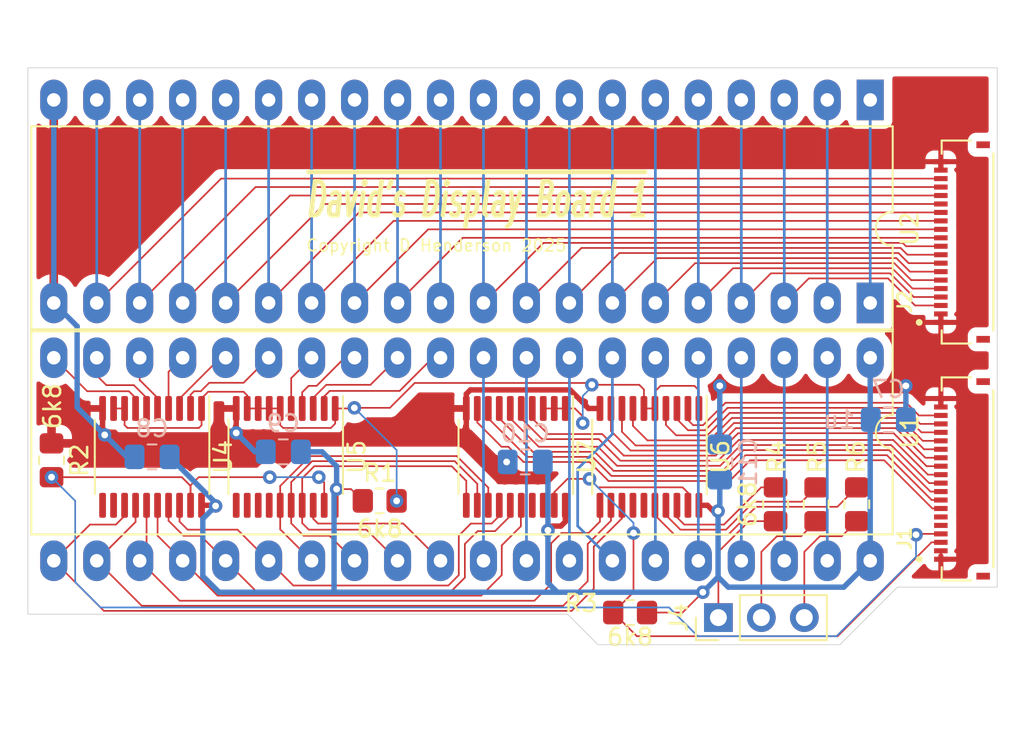
<source format=kicad_pcb>
(kicad_pcb (version 20211014) (generator pcbnew)
  (title_block (date "2025-03-13"))
  (layers (0 "F.Cu" signal) (31 "B.Cu" signal) (34 "B.Paste" user) (35 "F.Paste" user) (36 "B.SilkS" user "B.Silkscreen") (37 "F.SilkS" user "F.Silkscreen") (38 "B.Mask" user) (39 "F.Mask" user) (44 "Edge.Cuts" user))
  (net 0 "")
  (net 1 "/5V")
  (net 2 "/GND")
  (net 3 "/~{SHIFTEREN_P}")
  (net 4 "/~{PICOEN_P}")
  (net 5 "/PICOR0")
  (net 6 "/PICOR1")
  (net 7 "/PICOR2")
  (net 8 "/PICOR3")
  (net 9 "/PICOG0")
  (net 10 "/PICOG1")
  (net 11 "/PICOG2")
  (net 12 "/PICOG3")
  (net 13 "/PICOB0")
  (net 14 "/PICOB1")
  (net 15 "/PICOB2")
  (net 16 "/PICOB3")
  (net 17 "/D0")
  (net 18 "/D1")
  (net 19 "/D2")
  (net 20 "/D3")
  (net 21 "/D4")
  (net 22 "/D5")
  (net 23 "/D6")
  (net 24 "/D7")
  (net 25 "/D8")
  (net 26 "/D9")
  (net 27 "/D10")
  (net 28 "/D11")
  (net 29 "/D12")
  (net 30 "/D13")
  (net 31 "/D14")
  (net 32 "/D15")
  (net 33 "/R_STE")
  (net 34 "/XTL0")
  (net 35 "/XTL1")
  (net 36 "/LOAD")
  (net 37 "/B_OUT2")
  (net 38 "/B_OUT1")
  (net 39 "/B_OUT0")
  (net 40 "/G_OUT2")
  (net 41 "/G_OUT1")
  (net 42 "/G_OUT0")
  (net 43 "/R_OUT2")
  (net 44 "/R_OUT1")
  (net 45 "/R_OUT0")
  (net 46 "/MONO_OUT")
  (net 47 "/RW")
  (net 48 "/DE")
  (net 49 "/SH_CS")
  (net 50 "/16MHZ")
  (net 51 "/B2")
  (net 52 "/B1")
  (net 53 "/B0")
  (net 54 "/G2")
  (net 55 "/G1")
  (net 56 "/G0")
  (net 57 "/R2")
  (net 58 "/R1")
  (net 59 "/R0")
  (net 60 "/MONO")
  (net 67 "/B_STE")
  (net 68 "/G_STE")
  (net 71 "/5VPULL")
  (net 76 "/A5_S")
  (net 77 "/A4_S")
  (net 78 "/A3_S")
  (net 79 "/A2_S")
  (net 80 "/A1_S")
  (net 81 "Net-(R4-Pad1)")
  (net 82 "Net-(R5-Pad1)")
  (net 83 "Net-(R6-Pad1)")
  (footprint "Resistor_SMD:R_0805_2012Metric_Pad1.20x1.40mm_HandSolder" (layer "F.Cu") (at 120.5 78.1 -90)
    (fp_text reference "R6")
    (fp_text value "6k8")
  )
  (footprint "Resistor_SMD:R_0805_2012Metric_Pad1.20x1.40mm_HandSolder" (layer "F.Cu") (at 118.1 78.1 -90)
    (fp_text reference "R5")
    (fp_text value "6k8")
  )
  (footprint "Package_DIP:DIP-40_W15.24mm_LongPads" (layer "F.Cu") (at 121.292649 66.2 -90)
    (fp_text reference "U1")
    (fp_text value "ST_SHIFTER_PHY")
  )
  (footprint "Resistor_SMD:R_0805_2012Metric_Pad1.20x1.40mm_HandSolder" (layer "F.Cu") (at 92.3 77.9)
    (fp_text reference "R1")
    (fp_text value "6k8")
  )
  (footprint "Connector_PinHeader_2.54mm:PinHeader_1x03_P2.54mm_Vertical" (layer "F.Cu") (at 112.317649 84.8 90)
    (fp_text reference "J4")
    (fp_text value "Conn_01x03_Male")
  )
  (footprint "Resistor_SMD:R_0805_2012Metric_Pad1.20x1.40mm_HandSolder" (layer "F.Cu") (at 115.7 78.1 -90)
    (fp_text reference "R4")
    (fp_text value "6k8")
  )
  (footprint "Resistor_SMD:R_0805_2012Metric_Pad1.20x1.40mm_HandSolder" (layer "F.Cu") (at 72.9 75.5 -90)
    (fp_text reference "R2")
    (fp_text value "6k8")
  )
  (footprint "F3311A7H121020E200:AMPHENOL_F3311A7H121020E200" (layer "F.Cu") (at 127.042649 76.6 90)
    (fp_text reference "J1")
    (fp_text value "F3311A7H121020E200")
  )
  (footprint "Package_SO:TSSOP-20_4.4x6.5mm_P0.65mm" (layer "F.Cu") (at 108.242649 75.3 -90)
    (fp_text reference "U6")
    (fp_text value "74HC245")
  )
  (footprint "Package_SO:TSSOP-20_4.4x6.5mm_P0.65mm" (layer "F.Cu") (at 100.342649 75.3 -90)
    (fp_text reference "U7")
    (fp_text value "74HC245")
  )
  (footprint "Package_SO:TSSOP-20_4.4x6.5mm_P0.65mm" (layer "F.Cu") (at 86.742649 75.3 -90)
    (fp_text reference "U5")
    (fp_text value "74HC245")
  )
  (footprint "Package_SO:TSSOP-20_4.4x6.5mm_P0.65mm" (layer "F.Cu") (at 78.842649 75.3 -90)
    (fp_text reference "U4")
    (fp_text value "74HC245")
  )
  (footprint "Resistor_SMD:R_0805_2012Metric_Pad1.20x1.40mm_HandSolder" (layer "F.Cu") (at 107.1 84.5)
    (fp_text reference "R3")
    (fp_text value "6k8")
  )
  (footprint "Package_DIP:DIP-40_W15.24mm_LongPads" (layer "F.Cu") (at 121.292649 54.2 -90)
    (fp_text reference "U2")
    (fp_text value "ST_SHIFTER_SOCKET")
  )
  (footprint "F3311A7H121020E200:AMPHENOL_F3311A7H121020E200" (layer "F.Cu") (at 127.042649 62.6 90)
    (fp_text reference "J2")
    (fp_text value "F3311A7H121020E200")
  )
  (footprint "Capacitor_SMD:C_0805_2012Metric_Pad1.18x1.45mm_HandSolder" (layer "B.Cu") (at 86.6 75 180)
    (fp_text reference "C9")
    (fp_text value "100n")
  )
  (footprint "Capacitor_SMD:C_0805_2012Metric_Pad1.18x1.45mm_HandSolder" (layer "B.Cu") (at 78.842649 75.3 180)
    (fp_text reference "C8")
    (fp_text value "100n")
  )
  (footprint "Capacitor_SMD:C_0805_2012Metric_Pad1.18x1.45mm_HandSolder" (layer "B.Cu") (at 100.9 75.6 180)
    (fp_text reference "C10")
    (fp_text value "100n")
  )
  (footprint "Capacitor_SMD:C_0805_2012Metric_Pad1.18x1.45mm_HandSolder" (layer "B.Cu") (at 122.3625 73.1)
    (fp_text reference "C7")
    (fp_text value "1u")
  )
  (footprint "Capacitor_SMD:C_0805_2012Metric_Pad1.18x1.45mm_HandSolder" (layer "B.Cu") (at 112.4 75.6 90)
    (fp_text reference "C11")
    (fp_text value "100n")
  )
  (gr_line (start 128.8 52.3) (end 128.8 83) (layer "Edge.Cuts") (width 0.05))
  (gr_line (start 103.4 84.6) (end 105.2 86.4) (layer "Edge.Cuts") (width 0.05))
  (gr_line (start 105.2 86.4) (end 119.5 86.4) (layer "Edge.Cuts") (width 0.05))
  (gr_line (start 119.5 86.4) (end 122.9 83) (layer "Edge.Cuts") (width 0.05))
  (gr_line (start 71.5 52.3) (end 71.5 84.6) (layer "Edge.Cuts") (width 0.05))
  (gr_line (start 71.5 84.6) (end 103.4 84.6) (layer "Edge.Cuts") (width 0.05))
  (gr_line (start 122.9 83) (end 128.8 83) (layer "Edge.Cuts") (width 0.05))
  (gr_line (start 128.8 52.3) (end 71.5 52.3) (layer "Edge.Cuts") (width 0.05))
  (gr_text "~{David's Display Board 1}" (at 87.8 60.1) (layer "F.SilkS") (effects (font (size 2 1.1) (thickness 0.275) italic) (justify left)))
  (gr_text "Copyright D Henderson 2025" (at 87.9 62.8) (layer "F.SilkS") (effects (font (size 0.7 0.7) (thickness 0.1)) (justify left)))
  (segment (start 103.010001 79.389999) (end 103.267649 79.132351) (width 0.32) (layer "F.Cu") (net 1))
  (segment (start 110.197649 84.5) (end 111.397649 83.3) (width 0.1) (layer "F.Cu") (net 1))
  (segment (start 82.5625 78.1625) (end 82.6 78.2) (width 0.32) (layer "F.Cu") (net 1))
  (segment (start 89.667649 78.1625) (end 89.667649 77.288752) (width 0.1) (layer "F.Cu") (net 1))
  (segment (start 112.3 78.5) (end 112.012375 78.5) (width 0.32) (layer "F.Cu") (net 1))
  (segment (start 89.667649 77.288752) (end 89.752032 77.204369) (width 0.1) (layer "F.Cu") (net 1))
  (segment (start 90.604369 77.204369) (end 89.752032 77.204369) (width 0.1) (layer "F.Cu") (net 1))
  (segment (start 108.1 84.5) (end 110.197649 84.5) (width 0.1) (layer "F.Cu") (net 1))
  (segment (start 102.495299 79.389999) (end 103.010001 79.389999) (width 0.32) (layer "F.Cu") (net 1))
  (segment (start 91.3 77.9) (end 90.604369 77.204369) (width 0.1) (layer "F.Cu") (net 1))
  (segment (start 112.012375 78.5) (end 111.674875 78.1625) (width 0.32) (layer "F.Cu") (net 1))
  (segment (start 111.674875 78.1625) (end 111.167649 78.1625) (width 0.32) (layer "F.Cu") (net 1))
  (segment (start 103.267649 79.132351) (end 103.267649 78.1625) (width 0.32) (layer "F.Cu") (net 1))
  (segment (start 102.242649 79.642649) (end 102.495299 79.389999) (width 0.32) (layer "F.Cu") (net 1))
  (segment (start 81.767649 78.1625) (end 82.5625 78.1625) (width 0.32) (layer "F.Cu") (net 1))
  (via (at 89.752032 77.204369) (size 0.8) (drill 0.4) (layers "F.Cu" "B.Cu") (net 1))
  (via (at 102.242649 79.642649) (size 0.8) (drill 0.4) (layers "F.Cu" "B.Cu") (net 1))
  (via (at 111.397649 83.3) (size 0.8) (drill 0.4) (layers "F.Cu" "B.Cu") (net 1))
  (via (at 112.3 78.5) (size 0.8) (drill 0.4) (layers "F.Cu" "B.Cu") (net 1))
  (via (at 82.6 78.2) (size 0.8) (drill 0.4) (layers "F.Cu" "B.Cu") (net 1))
  (segment (start 121.292649 81.44) (end 119.732649 83) (width 0.32) (layer "B.Cu") (net 1))
  (segment (start 81.842649 82.342649) (end 81.842649 78.957351) (width 0.32) (layer "B.Cu") (net 1))
  (segment (start 112.3 78.5) (end 112.3 82.397649) (width 0.32) (layer "B.Cu") (net 1))
  (segment (start 82.8 83.3) (end 81.842649 82.342649) (width 0.32) (layer "B.Cu") (net 1))
  (segment (start 89.6 83.3) (end 89.6 77.356401) (width 0.32) (layer "B.Cu") (net 1))
  (segment (start 79.880149 75.3) (end 82.6 78.019851) (width 0.32) (layer "B.Cu") (net 1))
  (segment (start 112.902351 83) (end 112.3 82.397649) (width 0.32) (layer "B.Cu") (net 1))
  (segment (start 102.8 83.3) (end 111.397649 83.3) (width 0.32) (layer "B.Cu") (net 1))
  (segment (start 112.4 78.4) (end 112.3 78.5) (width 0.32) (layer "B.Cu") (net 1))
  (segment (start 102.242649 75.905149) (end 102.242649 79.642649) (width 0.32) (layer "B.Cu") (net 1))
  (segment (start 88.9 75) (end 89.752032 75.852032) (width 0.32) (layer "B.Cu") (net 1))
  (segment (start 89.752032 75.852032) (end 89.752032 77.204369) (width 0.32) (layer "B.Cu") (net 1))
  (segment (start 112.4 76.6375) (end 112.4 78.4) (width 0.32) (layer "B.Cu") (net 1))
  (segment (start 102.242649 79.642649) (end 102.242649 82.742649) (width 0.32) (layer "B.Cu") (net 1))
  (segment (start 102.242649 82.742649) (end 102.8 83.3) (width 0.32) (layer "B.Cu") (net 1))
  (segment (start 102.8 83.3) (end 82.8 83.3) (width 0.32) (layer "B.Cu") (net 1))
  (segment (start 81.842649 78.957351) (end 82.6 78.2) (width 0.32) (layer "B.Cu") (net 1))
  (segment (start 111.397649 83.3) (end 112.3 82.397649) (width 0.32) (layer "B.Cu") (net 1))
  (segment (start 82.6 78.019851) (end 82.6 78.2) (width 0.32) (layer "B.Cu") (net 1))
  (segment (start 121.292649 69.44) (end 121.292649 73.067649) (width 0.32) (layer "B.Cu") (net 1))
  (segment (start 89.6 77.356401) (end 89.752032 77.204369) (width 0.32) (layer "B.Cu") (net 1))
  (segment (start 121.292649 73.132351) (end 121.292649 81.44) (width 0.32) (layer "B.Cu") (net 1))
  (segment (start 87.6375 75) (end 88.9 75) (width 0.32) (layer "B.Cu") (net 1))
  (segment (start 119.732649 83) (end 112.902351 83) (width 0.32) (layer "B.Cu") (net 1))
  (segment (start 97.417649 71.582351) (end 97.417649 72.4375) (width 0.32) (layer "F.Cu") (net 2))
  (segment (start 97 74) (end 83.4 74) (width 0.32) (layer "F.Cu") (net 2))
  (segment (start 105.317649 72.4375) (end 104.6375 72.4375) (width 0.32) (layer "F.Cu") (net 2))
  (segment (start 97.66 71.34) (end 97.417649 71.582351) (width 0.32) (layer "F.Cu") (net 2))
  (segment (start 83.4 74) (end 76.042649 74) (width 0.32) (layer "F.Cu") (net 2))
  (segment (start 103.558187 71.34) (end 97.66 71.34) (width 0.32) (layer "F.Cu") (net 2))
  (segment (start 125.467649 81.35) (end 125.467649 80.86) (width 0.1) (layer "F.Cu") (net 2))
  (segment (start 83.817649 72.4375) (end 83.817649 73.882351) (width 0.32) (layer "F.Cu") (net 2))
  (segment (start 104.5 72.281813) (end 103.558187 71.34) (width 0.32) (layer "F.Cu") (net 2))
  (segment (start 125.467649 57.85) (end 125.467649 58.34) (width 0.32) (layer "F.Cu") (net 2))
  (segment (start 97.417649 73.582351) (end 97 74) (width 0.32) (layer "F.Cu") (net 2))
  (segment (start 75.917649 72.4375) (end 75.917649 73.875) (width 0.32) (layer "F.Cu") (net 2))
  (segment (start 97.417649 72.4375) (end 97.417649 73.582351) (width 0.32) (layer "F.Cu") (net 2))
  (segment (start 125.467649 67.35) (end 125.467649 66.86) (width 0.32) (layer "F.Cu") (net 2))
  (segment (start 75.917649 73.875) (end 76.042649 74) (width 0.32) (layer "F.Cu") (net 2))
  (segment (start 83.817649 73.882351) (end 83.7 74) (width 0.32) (layer "F.Cu") (net 2))
  (segment (start 104.5 72.3) (end 104.5 72.281813) (width 0.32) (layer "F.Cu") (net 2))
  (segment (start 83.7 74) (end 83.4 74) (width 0.32) (layer "F.Cu") (net 2))
  (segment (start 125.467649 71.85) (end 125.467649 72.34) (width 0.32) (layer "F.Cu") (net 2))
  (segment (start 104.6375 72.4375) (end 104.5 72.3) (width 0.32) (layer "F.Cu") (net 2))
  (via (at 123.4 71.1) (size 0.8) (drill 0.4) (layers "F.Cu" "B.Cu") (net 2))
  (via (at 112.4 71.1) (size 0.8) (drill 0.4) (layers "F.Cu" "B.Cu") (net 2))
  (via (at 76.042649 74) (size 0.8) (drill 0.4) (layers "F.Cu" "B.Cu") (net 2))
  (via (at 99.8 75.6) (size 0.8) (drill 0.4) (layers "F.Cu" "B.Cu") (net 2))
  (via (at 83.817649 73.882351) (size 0.8) (drill 0.4) (layers "F.Cu" "B.Cu") (net 2))
  (segment (start 73.032649 54.2) (end 73.032649 66.2) (width 0.32) (layer "B.Cu") (net 2))
  (segment (start 77.342649 75.3) (end 76.042649 74) (width 0.32) (layer "B.Cu") (net 2))
  (segment (start 74.412649 72.37) (end 76.042649 74) (width 0.32) (layer "B.Cu") (net 2))
  (segment (start 84.935298 75) (end 83.817649 73.882351) (width 0.32) (layer "B.Cu") (net 2))
  (segment (start 74.412649 67.58) (end 74.412649 72.37) (width 0.32) (layer "B.Cu") (net 2))
  (segment (start 77.805149 75.3) (end 77.342649 75.3) (width 0.32) (layer "B.Cu") (net 2))
  (segment (start 123.4 73.1) (end 123.4 71.1) (width 0.32) (layer "B.Cu") (net 2))
  (segment (start 85.5625 75) (end 84.935298 75) (width 0.32) (layer "B.Cu") (net 2))
  (segment (start 73.032649 66.2) (end 74.412649 67.58) (width 0.32) (layer "B.Cu") (net 2))
  (segment (start 112.4 74.5625) (end 112.4 71.1) (width 0.32) (layer "B.Cu") (net 2))
  (segment (start 89.017649 78.1625) (end 89.017649 76.817649) (width 0.1) (layer "F.Cu") (net 3))
  (segment (start 80.6 76.5) (end 81.117649 77.017649) (width 0.1) (layer "F.Cu") (net 3))
  (segment (start 81.6 76.5) (end 85.8 76.5) (width 0.1) (layer "F.Cu") (net 3))
  (segment (start 125.467649 79.85) (end 124.05 79.85) (width 0.1) (layer "F.Cu") (net 3))
  (segment (start 81.117649 76.982351) (end 81.6 76.5) (width 0.1) (layer "F.Cu") (net 3))
  (segment (start 89.017649 76.817649) (end 88.7 76.5) (width 0.1) (layer "F.Cu") (net 3))
  (segment (start 124.05 79.85) (end 124 79.9) (width 0.1) (layer "F.Cu") (net 3))
  (segment (start 72.9 76.5) (end 80.6 76.5) (width 0.1) (layer "F.Cu") (net 3))
  (segment (start 81.117649 77.580025) (end 81.117649 76.982351) (width 0.1) (layer "F.Cu") (net 3))
  (segment (start 81.117649 77.017649) (end 81.117649 77.580025) (width 0.1) (layer "F.Cu") (net 3))
  (via (at 124 79.9) (size 0.8) (drill 0.4) (layers "F.Cu" "B.Cu") (net 3))
  (via (at 72.9 76.5) (size 0.8) (drill 0.4) (layers "F.Cu" "B.Cu") (net 3))
  (via (at 85.8 76.5) (size 0.8) (drill 0.4) (layers "F.Cu" "B.Cu") (net 3))
  (via (at 88.7 76.5) (size 0.8) (drill 0.4) (layers "F.Cu" "B.Cu") (net 3))
  (segment (start 74.3 82.7) (end 75.8 84.2) (width 0.1) (layer "B.Cu") (net 3))
  (segment (start 109.4 84.2) (end 111.1 85.9) (width 0.1) (layer "B.Cu") (net 3))
  (segment (start 111.1 85.9) (end 119.3 85.9) (width 0.1) (layer "B.Cu") (net 3))
  (segment (start 74.3 77.9) (end 74.3 82.7) (width 0.1) (layer "B.Cu") (net 3))
  (segment (start 119.3 85.9) (end 124 81.2) (width 0.1) (layer "B.Cu") (net 3))
  (segment (start 124 81.2) (end 124 79.9) (width 0.1) (layer "B.Cu") (net 3))
  (segment (start 75.8 84.2) (end 109.4 84.2) (width 0.1) (layer "B.Cu") (net 3))
  (segment (start 88.7 76.5) (end 85.8 76.5) (width 0.1) (layer "B.Cu") (net 3))
  (segment (start 72.9 76.5) (end 74.3 77.9) (width 0.1) (layer "B.Cu") (net 3))
  (segment (start 110.2 77.1) (end 105.2 77.1) (width 0.1) (layer "F.Cu") (net 4))
  (segment (start 119.367649 85.9) (end 107.5 85.9) (width 0.1) (layer "F.Cu") (net 4))
  (segment (start 102.617649 78.1625) (end 102.617649 77.382351) (width 0.1) (layer "F.Cu") (net 4))
  (segment (start 124.917649 80.35) (end 119.367649 85.9) (width 0.1) (layer "F.Cu") (net 4))
  (segment (start 105.2 77.1) (end 104.7 76.6) (width 0.1) (layer "F.Cu") (net 4))
  (segment (start 102.617649 77.382351) (end 103.4 76.6) (width 0.1) (layer "F.Cu") (net 4))
  (segment (start 107.5 85.9) (end 106.1 84.5) (width 0.1) (layer "F.Cu") (net 4))
  (segment (start 110.517649 77.417649) (end 110.2 77.1) (width 0.1) (layer "F.Cu") (net 4))
  (segment (start 107.3 83.3) (end 106.1 84.5) (width 0.1) (layer "F.Cu") (net 4))
  (segment (start 110.517649 78.1625) (end 110.517649 77.417649) (width 0.1) (layer "F.Cu") (net 4))
  (segment (start 103.4 76.6) (end 104.7 76.6) (width 0.1) (layer "F.Cu") (net 4))
  (segment (start 125.467649 80.35) (end 124.917649 80.35) (width 0.1) (layer "F.Cu") (net 4))
  (segment (start 107.3 79.8) (end 107.3 83.3) (width 0.1) (layer "F.Cu") (net 4))
  (via (at 107.3 79.8) (size 0.8) (drill 0.4) (layers "F.Cu" "B.Cu") (net 4))
  (via (at 104.7 76.6) (size 0.8) (drill 0.4) (layers "F.Cu" "B.Cu") (net 4))
  (segment (start 107.3 79.2) (end 107.3 79.8) (width 0.1) (layer "B.Cu") (net 4))
  (segment (start 104.7 76.6) (end 107.3 79.2) (width 0.1) (layer "B.Cu") (net 4))
  (segment (start 110.825 73.425) (end 110.517649 73.117649) (width 0.1) (layer "F.Cu") (net 5))
  (segment (start 111.412624 73.425) (end 110.825 73.425) (width 0.1) (layer "F.Cu") (net 5))
  (segment (start 124.17132 72.85) (end 123.42132 72.1) (width 0.1) (layer "F.Cu") (net 5))
  (segment (start 123.42132 72.1) (end 112.737624 72.1) (width 0.1) (layer "F.Cu") (net 5))
  (segment (start 112.737624 72.1) (end 111.412624 73.425) (width 0.1) (layer "F.Cu") (net 5))
  (segment (start 125.467649 72.85) (end 124.17132 72.85) (width 0.1) (layer "F.Cu") (net 5))
  (segment (start 98.067649 73.267649) (end 98.067649 73.019975) (width 0.1) (layer "F.Cu") (net 6))
  (segment (start 105.825 76.725) (end 104.7 75.6) (width 0.1) (layer "F.Cu") (net 6))
  (segment (start 125.467649 78.35) (end 124.967649 78.35) (width 0.1) (layer "F.Cu") (net 6))
  (segment (start 99.9 74.7) (end 99.5 74.7) (width 0.1) (layer "F.Cu") (net 6))
  (segment (start 114.2 75.5) (end 112.975 76.725) (width 0.1) (layer "F.Cu") (net 6))
  (segment (start 122.117649 75.5) (end 114.2 75.5) (width 0.1) (layer "F.Cu") (net 6))
  (segment (start 124.967649 78.35) (end 122.117649 75.5) (width 0.1) (layer "F.Cu") (net 6))
  (segment (start 112.975 76.725) (end 105.825 76.725) (width 0.1) (layer "F.Cu") (net 6))
  (segment (start 100.8 75.6) (end 99.9 74.7) (width 0.1) (layer "F.Cu") (net 6))
  (segment (start 99.5 74.7) (end 98.067649 73.267649) (width 0.1) (layer "F.Cu") (net 6))
  (segment (start 104.7 75.6) (end 100.8 75.6) (width 0.1) (layer "F.Cu") (net 6))
  (segment (start 122.27868 75.2) (end 113.924264 75.2) (width 0.1) (layer "F.Cu") (net 7))
  (segment (start 125.467649 77.85) (end 124.92868 77.85) (width 0.1) (layer "F.Cu") (net 7))
  (segment (start 106.000736 76.425) (end 104.875736 75.3) (width 0.1) (layer "F.Cu") (net 7))
  (segment (start 113.924264 75.2) (end 112.699264 76.425) (width 0.1) (layer "F.Cu") (net 7))
  (segment (start 124.92868 77.85) (end 122.27868 75.2) (width 0.1) (layer "F.Cu") (net 7))
  (segment (start 112.699264 76.425) (end 106.000736 76.425) (width 0.1) (layer "F.Cu") (net 7))
  (segment (start 104.875736 75.3) (end 100.997674 75.3) (width 0.1) (layer "F.Cu") (net 7))
  (segment (start 100.997674 75.3) (end 98.717649 73.019975) (width 0.1) (layer "F.Cu") (net 7))
  (segment (start 125.467649 77.35) (end 124.852944 77.35) (width 0.1) (layer "F.Cu") (net 8))
  (segment (start 101.347674 75) (end 99.367649 73.019975) (width 0.1) (layer "F.Cu") (net 8))
  (segment (start 113.8 74.9) (end 112.575 76.125) (width 0.1) (layer "F.Cu") (net 8))
  (segment (start 112.575 76.125) (end 106.125 76.125) (width 0.1) (layer "F.Cu") (net 8))
  (segment (start 124.852944 77.35) (end 122.402944 74.9) (width 0.1) (layer "F.Cu") (net 8))
  (segment (start 122.402944 74.9) (end 113.8 74.9) (width 0.1) (layer "F.Cu") (net 8))
  (segment (start 105 75) (end 101.347674 75) (width 0.1) (layer "F.Cu") (net 8))
  (segment (start 106.125 76.125) (end 105 75) (width 0.1) (layer "F.Cu") (net 8))
  (segment (start 111.536888 73.725) (end 110.525 73.725) (width 0.1) (layer "F.Cu") (net 9))
  (segment (start 110.525 73.725) (end 109.867649 73.067649) (width 0.1) (layer "F.Cu") (net 9))
  (segment (start 123.297056 72.4) (end 112.861888 72.4) (width 0.1) (layer "F.Cu") (net 9))
  (segment (start 112.861888 72.4) (end 111.536888 73.725) (width 0.1) (layer "F.Cu") (net 9))
  (segment (start 124.247056 73.35) (end 123.297056 72.4) (width 0.1) (layer "F.Cu") (net 9))
  (segment (start 125.467649 73.35) (end 124.247056 73.35) (width 0.1) (layer "F.Cu") (net 9))
  (segment (start 100.017649 73.019975) (end 101.697674 74.7) (width 0.1) (layer "F.Cu") (net 10))
  (segment (start 112.423528 75.825) (end 113.648528 74.6) (width 0.1) (layer "F.Cu") (net 10))
  (segment (start 122.527208 74.6) (end 124.777208 76.85) (width 0.1) (layer "F.Cu") (net 10))
  (segment (start 113.648528 74.6) (end 122.527208 74.6) (width 0.1) (layer "F.Cu") (net 10))
  (segment (start 105.2 74.7) (end 106.325 75.825) (width 0.1) (layer "F.Cu") (net 10))
  (segment (start 106.325 75.825) (end 112.423528 75.825) (width 0.1) (layer "F.Cu") (net 10))
  (segment (start 124.777208 76.85) (end 125.467649 76.85) (width 0.1) (layer "F.Cu") (net 10))
  (segment (start 101.697674 74.7) (end 105.2 74.7) (width 0.1) (layer "F.Cu") (net 10))
  (segment (start 100.667649 73.019975) (end 101.897674 74.25) (width 0.1) (layer "F.Cu") (net 11))
  (segment (start 105.25 74.25) (end 106.525 75.525) (width 0.1) (layer "F.Cu") (net 11))
  (segment (start 112.299264 75.525) (end 113.524264 74.3) (width 0.1) (layer "F.Cu") (net 11))
  (segment (start 113.524264 74.3) (end 122.651472 74.3) (width 0.1) (layer "F.Cu") (net 11))
  (segment (start 122.651472 74.3) (end 124.701472 76.35) (width 0.1) (layer "F.Cu") (net 11))
  (segment (start 124.701472 76.35) (end 125.467649 76.35) (width 0.1) (layer "F.Cu") (net 11))
  (segment (start 106.525 75.525) (end 112.299264 75.525) (width 0.1) (layer "F.Cu") (net 11))
  (segment (start 101.897674 74.25) (end 105.25 74.25) (width 0.1) (layer "F.Cu") (net 11))
  (segment (start 105.45 73.95) (end 102.242649 73.95) (width 0.1) (layer "F.Cu") (net 12))
  (segment (start 102.242649 73.95) (end 101.317649 73.025) (width 0.1) (layer "F.Cu") (net 12))
  (segment (start 106.725 75.225) (end 105.45 73.95) (width 0.1) (layer "F.Cu") (net 12))
  (segment (start 125.467649 75.85) (end 124.625736 75.85) (width 0.1) (layer "F.Cu") (net 12))
  (segment (start 112.158208 75.225) (end 106.725 75.225) (width 0.1) (layer "F.Cu") (net 12))
  (segment (start 124.625736 75.85) (end 122.675736 73.9) (width 0.1) (layer "F.Cu") (net 12))
  (segment (start 113.483208 73.9) (end 112.158208 75.225) (width 0.1) (layer "F.Cu") (net 12))
  (segment (start 122.675736 73.9) (end 113.483208 73.9) (width 0.1) (layer "F.Cu") (net 12))
  (segment (start 123.172792 72.7) (end 112.986152 72.7) (width 0.1) (layer "F.Cu") (net 13))
  (segment (start 109.825 74.025) (end 109.217649 73.417649) (width 0.1) (layer "F.Cu") (net 13))
  (segment (start 112.986152 72.7) (end 111.661152 74.025) (width 0.1) (layer "F.Cu") (net 13))
  (segment (start 109.217649 73.417649) (end 109.217649 72.4375) (width 0.1) (layer "F.Cu") (net 13))
  (segment (start 125.467649 73.85) (end 124.322792 73.85) (width 0.1) (layer "F.Cu") (net 13))
  (segment (start 111.661152 74.025) (end 109.825 74.025) (width 0.1) (layer "F.Cu") (net 13))
  (segment (start 124.322792 73.85) (end 123.172792 72.7) (width 0.1) (layer "F.Cu") (net 13))
  (segment (start 124.55 75.35) (end 122.8 73.6) (width 0.1) (layer "F.Cu") (net 14))
  (segment (start 112.033944 74.925) (end 107.125 74.925) (width 0.1) (layer "F.Cu") (net 14))
  (segment (start 122.8 73.6) (end 113.358944 73.6) (width 0.1) (layer "F.Cu") (net 14))
  (segment (start 125.467649 75.35) (end 124.55 75.35) (width 0.1) (layer "F.Cu") (net 14))
  (segment (start 107.125 74.925) (end 105.967649 73.767649) (width 0.1) (layer "F.Cu") (net 14))
  (segment (start 113.358944 73.6) (end 112.033944 74.925) (width 0.1) (layer "F.Cu") (net 14))
  (segment (start 105.967649 73.767649) (end 105.967649 72.4375) (width 0.1) (layer "F.Cu") (net 14))
  (segment (start 124.474264 74.85) (end 122.924264 73.3) (width 0.1) (layer "F.Cu") (net 15))
  (segment (start 113.23468 73.3) (end 111.90968 74.625) (width 0.1) (layer "F.Cu") (net 15))
  (segment (start 122.924264 73.3) (end 113.23468 73.3) (width 0.1) (layer "F.Cu") (net 15))
  (segment (start 107.425 74.625) (end 106.617649 73.817649) (width 0.1) (layer "F.Cu") (net 15))
  (segment (start 111.90968 74.625) (end 107.425 74.625) (width 0.1) (layer "F.Cu") (net 15))
  (segment (start 106.617649 73.817649) (end 106.617649 72.4375) (width 0.1) (layer "F.Cu") (net 15))
  (segment (start 125.467649 74.85) (end 124.474264 74.85) (width 0.1) (layer "F.Cu") (net 15))
  (segment (start 124.398528 74.35) (end 123.048528 73) (width 0.1) (layer "F.Cu") (net 16))
  (segment (start 108.125 74.325) (end 107.267649 73.467649) (width 0.1) (layer "F.Cu") (net 16))
  (segment (start 123.048528 73) (end 113.110416 73) (width 0.1) (layer "F.Cu") (net 16))
  (segment (start 107.267649 73.467649) (end 107.267649 72.4375) (width 0.1) (layer "F.Cu") (net 16))
  (segment (start 111.785416 74.325) (end 108.125 74.325) (width 0.1) (layer "F.Cu") (net 16))
  (segment (start 113.110416 73) (end 111.785416 74.325) (width 0.1) (layer "F.Cu") (net 16))
  (segment (start 125.467649 74.35) (end 124.398528 74.35) (width 0.1) (layer "F.Cu") (net 16))
  (segment (start 117.662649 64.75) (end 116.212649 66.2) (width 0.1) (layer "F.Cu") (net 17))
  (segment (start 123.942649 66.35) (end 122.342649 64.75) (width 0.1) (layer "F.Cu") (net 17))
  (segment (start 122.342649 64.75) (end 117.662649 64.75) (width 0.1) (layer "F.Cu") (net 17))
  (segment (start 125.467649 66.35) (end 123.942649 66.35) (width 0.1) (layer "F.Cu") (net 17))
  (segment (start 116.212649 54.2) (end 116.212649 66.2) (width 0.16) (layer "B.Cu") (net 17))
  (segment (start 125.467649 65.85) (end 123.866913 65.85) (width 0.1) (layer "F.Cu") (net 18))
  (segment (start 122.466913 64.45) (end 115.422649 64.45) (width 0.1) (layer "F.Cu") (net 18))
  (segment (start 123.866913 65.85) (end 122.466913 64.45) (width 0.1) (layer "F.Cu") (net 18))
  (segment (start 115.422649 64.45) (end 113.672649 66.2) (width 0.1) (layer "F.Cu") (net 18))
  (segment (start 113.672649 54.2) (end 113.672649 66.2) (width 0.16) (layer "B.Cu") (net 18))
  (segment (start 123.791177 65.35) (end 122.591177 64.15) (width 0.1) (layer "F.Cu") (net 19))
  (segment (start 122.591177 64.15) (end 113.182649 64.15) (width 0.1) (layer "F.Cu") (net 19))
  (segment (start 125.467649 65.35) (end 123.791177 65.35) (width 0.1) (layer "F.Cu") (net 19))
  (segment (start 113.182649 64.15) (end 111.132649 66.2) (width 0.1) (layer "F.Cu") (net 19))
  (segment (start 111.132649 54.2) (end 111.132649 66.2) (width 0.16) (layer "B.Cu") (net 19))
  (segment (start 125.467649 64.85) (end 123.715441 64.85) (width 0.1) (layer "F.Cu") (net 20))
  (segment (start 122.715441 63.85) (end 110.942649 63.85) (width 0.1) (layer "F.Cu") (net 20))
  (segment (start 123.715441 64.85) (end 122.715441 63.85) (width 0.1) (layer "F.Cu") (net 20))
  (segment (start 110.942649 63.85) (end 108.592649 66.2) (width 0.1) (layer "F.Cu") (net 20))
  (segment (start 108.592649 54.2) (end 108.592649 66.2) (width 0.16) (layer "B.Cu") (net 20))
  (segment (start 123.639705 64.35) (end 122.839705 63.55) (width 0.1) (layer "F.Cu") (net 21))
  (segment (start 122.839705 63.55) (end 108.702649 63.55) (width 0.1) (layer "F.Cu") (net 21))
  (segment (start 108.702649 63.55) (end 106.052649 66.2) (width 0.1) (layer "F.Cu") (net 21))
  (segment (start 125.467649 64.35) (end 123.639705 64.35) (width 0.1) (layer "F.Cu") (net 21))
  (segment (start 106.052649 54.2) (end 106.052649 66.2) (width 0.16) (layer "B.Cu") (net 21))
  (segment (start 106.462649 63.25) (end 103.512649 66.2) (width 0.1) (layer "F.Cu") (net 22))
  (segment (start 122.963969 63.25) (end 106.462649 63.25) (width 0.1) (layer "F.Cu") (net 22))
  (segment (start 125.467649 63.85) (end 123.563969 63.85) (width 0.1) (layer "F.Cu") (net 22))
  (segment (start 123.563969 63.85) (end 122.963969 63.25) (width 0.1) (layer "F.Cu") (net 22))
  (segment (start 103.512649 54.2) (end 103.512649 66.2) (width 0.16) (layer "B.Cu") (net 22))
  (segment (start 123.088233 62.95) (end 104.222649 62.95) (width 0.1) (layer "F.Cu") (net 23))
  (segment (start 104.222649 62.95) (end 100.972649 66.2) (width 0.1) (layer "F.Cu") (net 23))
  (segment (start 125.467649 63.35) (end 123.488233 63.35) (width 0.1) (layer "F.Cu") (net 23))
  (segment (start 123.488233 63.35) (end 123.088233 62.95) (width 0.1) (layer "F.Cu") (net 23))
  (segment (start 100.972649 54.2) (end 100.972649 66.2) (width 0.16) (layer "B.Cu") (net 23))
  (segment (start 123.212497 62.65) (end 101.982649 62.65) (width 0.1) (layer "F.Cu") (net 24))
  (segment (start 101.982649 62.65) (end 98.432649 66.2) (width 0.1) (layer "F.Cu") (net 24))
  (segment (start 123.412497 62.85) (end 123.212497 62.65) (width 0.1) (layer "F.Cu") (net 24))
  (segment (start 125.467649 62.85) (end 123.412497 62.85) (width 0.1) (layer "F.Cu") (net 24))
  (segment (start 98.432649 54.2) (end 98.432649 66.2) (width 0.16) (layer "B.Cu") (net 24))
  (segment (start 97.202649 62.35) (end 93.352649 66.2) (width 0.1) (layer "F.Cu") (net 25))
  (segment (start 125.467649 62.35) (end 97.202649 62.35) (width 0.1) (layer "F.Cu") (net 25))
  (segment (start 93.352649 54.2) (end 93.352649 66.2) (width 0.16) (layer "B.Cu") (net 25))
  (segment (start 125.467649 61.85) (end 95.162649 61.85) (width 0.1) (layer "F.Cu") (net 26))
  (segment (start 95.162649 61.85) (end 90.812649 66.2) (width 0.1) (layer "F.Cu") (net 26))
  (segment (start 90.812649 54.2) (end 90.812649 66.2) (width 0.16) (layer "B.Cu") (net 26))
  (segment (start 125.467649 61.35) (end 93.122649 61.35) (width 0.1) (layer "F.Cu") (net 27))
  (segment (start 93.122649 61.35) (end 88.272649 66.2) (width 0.1) (layer "F.Cu") (net 27))
  (segment (start 88.272649 54.2) (end 88.272649 66.2) (width 0.16) (layer "B.Cu") (net 27))
  (segment (start 91.082649 60.85) (end 85.732649 66.2) (width 0.1) (layer "F.Cu") (net 28))
  (segment (start 125.467649 60.85) (end 91.082649 60.85) (width 0.1) (layer "F.Cu") (net 28))
  (segment (start 85.732649 54.2) (end 85.732649 66.2) (width 0.16) (layer "B.Cu") (net 28))
  (segment (start 89.042649 60.35) (end 83.192649 66.2) (width 0.1) (layer "F.Cu") (net 29))
  (segment (start 125.467649 60.35) (end 89.042649 60.35) (width 0.1) (layer "F.Cu") (net 29))
  (segment (start 83.192649 54.2) (end 83.192649 66.2) (width 0.16) (layer "B.Cu") (net 29))
  (segment (start 87.002649 59.85) (end 80.652649 66.2) (width 0.1) (layer "F.Cu") (net 30))
  (segment (start 125.467649 59.85) (end 87.002649 59.85) (width 0.1) (layer "F.Cu") (net 30))
  (segment (start 80.652649 54.2) (end 80.652649 66.2) (width 0.16) (layer "B.Cu") (net 30))
  (segment (start 84.962649 59.35) (end 78.112649 66.2) (width 0.1) (layer "F.Cu") (net 31))
  (segment (start 125.467649 59.35) (end 84.962649 59.35) (width 0.1) (layer "F.Cu") (net 31))
  (segment (start 78.112649 54.2) (end 78.112649 66.2) (width 0.16) (layer "B.Cu") (net 31))
  (segment (start 125.467649 58.85) (end 82.922649 58.85) (width 0.1) (layer "F.Cu") (net 32))
  (segment (start 82.922649 58.85) (end 75.572649 66.2) (width 0.1) (layer "F.Cu") (net 32))
  (segment (start 75.572649 54.2) (end 75.572649 66.2) (width 0.16) (layer "B.Cu") (net 32))
  (segment (start 114.127725 79.1) (end 112.317649 80.910076) (width 0.1) (layer "F.Cu") (net 33))
  (segment (start 115.7 79.1) (end 114.127725 79.1) (width 0.1) (layer "F.Cu") (net 33))
  (segment (start 112.317649 80.910076) (end 112.317649 84.8) (width 0.1) (layer "F.Cu") (net 33))
  (segment (start 121.292649 54.2) (end 121.292649 66.2) (width 0.16) (layer "B.Cu") (net 34))
  (segment (start 118.752649 54.2) (end 118.752649 66.2) (width 0.16) (layer "B.Cu") (net 35))
  (segment (start 95.892649 54.2) (end 95.892649 66.2) (width 0.16) (layer "B.Cu") (net 36))
  (segment (start 76.70505 79.3) (end 75.172649 79.3) (width 0.1) (layer "F.Cu") (net 37))
  (segment (start 73.032649 81.44) (end 75.992649 84.4) (width 0.1) (layer "F.Cu") (net 37))
  (segment (start 104.952649 80.599116) (end 106.617649 78.934116) (width 0.1) (layer "F.Cu") (net 37))
  (segment (start 103.642649 84.4) (end 104.952649 83.09) (width 0.1) (layer "F.Cu") (net 37))
  (segment (start 104.952649 83.09) (end 104.952649 80.599116) (width 0.1) (layer "F.Cu") (net 37))
  (segment (start 75.992649 84.4) (end 103.642649 84.4) (width 0.1) (layer "F.Cu") (net 37))
  (segment (start 106.617649 78.934116) (end 106.617649 78.1625) (width 0.1) (layer "F.Cu") (net 37))
  (segment (start 75.172649 79.3) (end 73.032649 81.44) (width 0.1) (layer "F.Cu") (net 37))
  (segment (start 77.217649 78.787401) (end 76.70505 79.3) (width 0.1) (layer "F.Cu") (net 37))
  (segment (start 104.592649 82.65) (end 103.14215 84.100499) (width 0.1) (layer "F.Cu") (net 38))
  (segment (start 77.867649 78.1625) (end 77.867649 79.145) (width 0.1) (layer "F.Cu") (net 38))
  (segment (start 104.592649 80.45) (end 104.592649 82.65) (width 0.1) (layer "F.Cu") (net 38))
  (segment (start 105.967649 79.075) (end 104.592649 80.45) (width 0.1) (layer "F.Cu") (net 38))
  (segment (start 78.233148 84.100499) (end 75.572649 81.44) (width 0.1) (layer "F.Cu") (net 38))
  (segment (start 105.967649 78.1625) (end 105.967649 79.075) (width 0.1) (layer "F.Cu") (net 38))
  (segment (start 103.14215 84.100499) (end 78.233148 84.100499) (width 0.1) (layer "F.Cu") (net 38))
  (segment (start 77.867649 79.145) (end 75.572649 81.44) (width 0.1) (layer "F.Cu") (net 38))
  (segment (start 101.441651 83.800998) (end 102.432649 82.81) (width 0.1) (layer "F.Cu") (net 39))
  (segment (start 78.112649 81.44) (end 80.473647 83.800998) (width 0.1) (layer "F.Cu") (net 39))
  (segment (start 80.473647 83.800998) (end 101.441651 83.800998) (width 0.1) (layer "F.Cu") (net 39))
  (segment (start 78.517649 78.1625) (end 78.517649 81.035) (width 0.1) (layer "F.Cu") (net 39))
  (segment (start 102.432649 82.81) (end 102.432649 80.41) (width 0.1) (layer "F.Cu") (net 39))
  (segment (start 103.042649 79.8) (end 104.642649 79.8) (width 0.1) (layer "F.Cu") (net 39))
  (segment (start 105.317649 79.125) (end 105.317649 78.1625) (width 0.1) (layer "F.Cu") (net 39))
  (segment (start 102.432649 80.41) (end 103.042649 79.8) (width 0.1) (layer "F.Cu") (net 39))
  (segment (start 104.642649 79.8) (end 105.317649 79.125) (width 0.1) (layer "F.Cu") (net 39))
  (segment (start 82.714146 83.501497) (end 98.298503 83.501497) (width 0.1) (layer "F.Cu") (net 40))
  (segment (start 98.298503 83.501497) (end 99.512649 82.287351) (width 0.1) (layer "F.Cu") (net 40))
  (segment (start 79.167649 79.955) (end 80.652649 81.44) (width 0.1) (layer "F.Cu") (net 40))
  (segment (start 79.167649 78.1625) (end 79.167649 79.955) (width 0.1) (layer "F.Cu") (net 40))
  (segment (start 99.512649 80.53) (end 100.642649 79.4) (width 0.1) (layer "F.Cu") (net 40))
  (segment (start 80.652649 81.44) (end 82.714146 83.501497) (width 0.1) (layer "F.Cu") (net 40))
  (segment (start 100.642649 79.4) (end 100.642649 78.1875) (width 0.1) (layer "F.Cu") (net 40))
  (segment (start 99.512649 82.287351) (end 99.512649 80.53) (width 0.1) (layer "F.Cu") (net 40))
  (segment (start 97.33215 80.443738) (end 98.087569 79.688319) (width 0.1) (layer "F.Cu") (net 41))
  (segment (start 99.116731 79.688319) (end 100.017649 78.787401) (width 0.1) (layer "F.Cu") (net 41))
  (segment (start 96.566416 83.201996) (end 97.33215 82.436261) (width 0.1) (layer "F.Cu") (net 41))
  (segment (start 97.33215 82.436261) (end 97.33215 80.443738) (width 0.1) (layer "F.Cu") (net 41))
  (segment (start 79.817649 79.075) (end 80.702649 79.96) (width 0.1) (layer "F.Cu") (net 41))
  (segment (start 80.702649 79.96) (end 81.712649 79.96) (width 0.1) (layer "F.Cu") (net 41))
  (segment (start 79.817649 78.1625) (end 79.817649 79.075) (width 0.1) (layer "F.Cu") (net 41))
  (segment (start 83.192649 81.44) (end 84.954645 83.201996) (width 0.1) (layer "F.Cu") (net 41))
  (segment (start 81.712649 79.96) (end 83.192649 81.44) (width 0.1) (layer "F.Cu") (net 41))
  (segment (start 84.954645 83.201996) (end 96.566416 83.201996) (width 0.1) (layer "F.Cu") (net 41))
  (segment (start 98.087569 79.688319) (end 99.116731 79.688319) (width 0.1) (layer "F.Cu") (net 41))
  (segment (start 96.972649 79.955827) (end 97.687478 79.240998) (width 0.1) (layer "F.Cu") (net 42))
  (segment (start 87.195144 82.902495) (end 96.357505 82.902495) (width 0.1) (layer "F.Cu") (net 42))
  (segment (start 96.972649 82.287351) (end 96.972649 79.955827) (width 0.1) (layer "F.Cu") (net 42))
  (segment (start 80.467649 79.125) (end 80.467649 78.1625) (width 0.1) (layer "F.Cu") (net 42))
  (segment (start 83.892649 79.6) (end 80.942649 79.6) (width 0.1) (layer "F.Cu") (net 42))
  (segment (start 85.732649 81.44) (end 83.892649 79.6) (width 0.1) (layer "F.Cu") (net 42))
  (segment (start 98.914052 79.240998) (end 99.367649 78.787401) (width 0.1) (layer "F.Cu") (net 42))
  (segment (start 85.732649 81.44) (end 87.195144 82.902495) (width 0.1) (layer "F.Cu") (net 42))
  (segment (start 80.942649 79.6) (end 80.467649 79.125) (width 0.1) (layer "F.Cu") (net 42))
  (segment (start 97.687478 79.240998) (end 98.914052 79.240998) (width 0.1) (layer "F.Cu") (net 42))
  (segment (start 96.357505 82.902495) (end 96.972649 82.287351) (width 0.1) (layer "F.Cu") (net 42))
  (segment (start 98.717649 77.117649) (end 98.717649 78.1625) (width 0.1) (layer "F.Cu") (net 43))
  (segment (start 86.417649 77.016703) (end 88.182854 75.251498) (width 0.1) (layer "F.Cu") (net 43))
  (segment (start 96.851498 75.251498) (end 98.717649 77.117649) (width 0.1) (layer "F.Cu") (net 43))
  (segment (start 86.417649 79.585) (end 86.417649 78.1625) (width 0.1) (layer "F.Cu") (net 43))
  (segment (start 86.417649 78.1625) (end 86.417649 77.016703) (width 0.1) (layer "F.Cu") (net 43))
  (segment (start 88.182854 75.251498) (end 96.851498 75.251498) (width 0.1) (layer "F.Cu") (net 43))
  (segment (start 88.272649 81.44) (end 86.417649 79.585) (width 0.1) (layer "F.Cu") (net 43))
  (segment (start 87.067649 76.790261) (end 87.067649 78.1625) (width 0.1) (layer "F.Cu") (net 44))
  (segment (start 87.067649 79.225) (end 87.067649 78.1625) (width 0.1) (layer "F.Cu") (net 44))
  (segment (start 87.802649 79.96) (end 87.067649 79.225) (width 0.1) (layer "F.Cu") (net 44))
  (segment (start 96.727441 75.550999) (end 88.306911 75.550999) (width 0.1) (layer "F.Cu") (net 44))
  (segment (start 90.812649 81.44) (end 89.332649 79.96) (width 0.1) (layer "F.Cu") (net 44))
  (segment (start 88.306911 75.550999) (end 87.067649 76.790261) (width 0.1) (layer "F.Cu") (net 44))
  (segment (start 89.332649 79.96) (end 87.802649 79.96) (width 0.1) (layer "F.Cu") (net 44))
  (segment (start 98.067649 76.891207) (end 96.727441 75.550999) (width 0.1) (layer "F.Cu") (net 44))
  (segment (start 98.067649 78.1625) (end 98.067649 76.891207) (width 0.1) (layer "F.Cu") (net 44))
  (segment (start 88.430968 75.8505) (end 96.5505 75.8505) (width 0.1) (layer "F.Cu") (net 45))
  (segment (start 97.417649 76.717649) (end 97.417649 78.1625) (width 0.1) (layer "F.Cu") (net 45))
  (segment (start 96.5505 75.8505) (end 97.417649 76.717649) (width 0.1) (layer "F.Cu") (net 45))
  (segment (start 87.717649 79.215) (end 87.717649 78.1625) (width 0.1) (layer "F.Cu") (net 45))
  (segment (start 91.512649 79.6) (end 88.102649 79.6) (width 0.1) (layer "F.Cu") (net 45))
  (segment (start 87.717649 76.563819) (end 88.430968 75.8505) (width 0.1) (layer "F.Cu") (net 45))
  (segment (start 88.102649 79.6) (end 87.717649 79.215) (width 0.1) (layer "F.Cu") (net 45))
  (segment (start 87.717649 78.1625) (end 87.717649 76.563819) (width 0.1) (layer "F.Cu") (net 45))
  (segment (start 93.352649 81.44) (end 91.512649 79.6) (width 0.1) (layer "F.Cu") (net 45))
  (segment (start 88.367649 78.1625) (end 88.367649 78.956201) (width 0.1) (layer "F.Cu") (net 46))
  (segment (start 88.367649 78.956201) (end 88.651448 79.24) (width 0.1) (layer "F.Cu") (net 46))
  (segment (start 93.692649 79.24) (end 95.892649 81.44) (width 0.1) (layer "F.Cu") (net 46))
  (segment (start 88.651448 79.24) (end 93.692649 79.24) (width 0.1) (layer "F.Cu") (net 46))
  (segment (start 98.432649 69.44) (end 98.432649 81.44) (width 0.16) (layer "B.Cu") (net 47))
  (segment (start 113.672649 69.44) (end 113.672649 81.44) (width 0.16) (layer "B.Cu") (net 48))
  (segment (start 116.212649 69.44) (end 116.212649 81.44) (width 0.16) (layer "B.Cu") (net 49))
  (segment (start 118.752649 81.44) (end 118.752649 69.44) (width 0.16) (layer "B.Cu") (net 50))
  (segment (start 73.032649 69.44) (end 75.012649 71.42) (width 0.1) (layer "F.Cu") (net 51))
  (segment (start 77.47505 71.42) (end 77.867649 71.812599) (width 0.1) (layer "F.Cu") (net 51))
  (segment (start 75.012649 71.42) (end 77.47505 71.42) (width 0.1) (layer "F.Cu") (net 51))
  (segment (start 78.517649 71.812599) (end 77.76505 71.06) (width 0.1) (layer "F.Cu") (net 52))
  (segment (start 77.76505 71.06) (end 76.142649 71.06) (width 0.1) (layer "F.Cu") (net 52))
  (segment (start 76.142649 71.06) (end 75.572649 70.49) (width 0.1) (layer "F.Cu") (net 52))
  (segment (start 78.112649 69.44) (end 78.112649 70.757599) (width 0.1) (layer "F.Cu") (net 53))
  (segment (start 78.112649 70.757599) (end 79.167649 71.812599) (width 0.1) (layer "F.Cu") (net 53))
  (segment (start 79.817649 70.275) (end 79.817649 72.4375) (width 0.1) (layer "F.Cu") (net 54))
  (segment (start 80.652649 69.44) (end 79.817649 70.275) (width 0.1) (layer "F.Cu") (net 54))
  (segment (start 80.467649 71.855025) (end 82.882674 69.44) (width 0.1) (layer "F.Cu") (net 55))
  (segment (start 81.721766 71.42) (end 81.326232 71.42) (width 0.1) (layer "F.Cu") (net 56))
  (segment (start 82.221766 70.92) (end 81.721766 71.42) (width 0.1) (layer "F.Cu") (net 56))
  (segment (start 84.252649 70.92) (end 82.221766 70.92) (width 0.1) (layer "F.Cu") (net 56))
  (segment (start 85.732649 69.44) (end 84.252649 70.92) (width 0.1) (layer "F.Cu") (net 56))
  (segment (start 81.326232 71.42) (end 81.117649 71.628583) (width 0.1) (layer "F.Cu") (net 56))
  (segment (start 81.117649 71.628583) (end 81.117649 72.4375) (width 0.1) (layer "F.Cu") (net 56))
  (segment (start 87.067649 70.645) (end 88.272649 69.44) (width 0.1) (layer "F.Cu") (net 57))
  (segment (start 87.067649 72.4375) (end 87.067649 70.645) (width 0.1) (layer "F.Cu") (net 57))
  (segment (start 87.717649 71.482351) (end 88.1 71.1) (width 0.1) (layer "F.Cu") (net 58))
  (segment (start 87.717649 72.4375) (end 87.717649 71.482351) (width 0.1) (layer "F.Cu") (net 58))
  (segment (start 88.1 71.1) (end 88.571132 71.1) (width 0.1) (layer "F.Cu") (net 58))
  (segment (start 88.571132 71.1) (end 90.231132 69.44) (width 0.1) (layer "F.Cu") (net 58))
  (segment (start 91.752649 71.04) (end 93.352649 69.44) (width 0.1) (layer "F.Cu") (net 59))
  (segment (start 88.367649 71.812599) (end 89.140248 71.04) (width 0.1) (layer "F.Cu") (net 59))
  (segment (start 89.140248 71.04) (end 91.752649 71.04) (width 0.1) (layer "F.Cu") (net 59))
  (segment (start 89.342649 71.4) (end 93.476442 71.4) (width 0.1) (layer "F.Cu") (net 60))
  (segment (start 89.017649 72.4375) (end 89.017649 71.725) (width 0.1) (layer "F.Cu") (net 60))
  (segment (start 89.017649 71.725) (end 89.342649 71.4) (width 0.1) (layer "F.Cu") (net 60))
  (segment (start 93.476442 71.4) (end 95.436442 69.44) (width 0.1) (layer "F.Cu") (net 60))
  (segment (start 119.61 79.99) (end 118.317725 79.99) (width 0.1) (layer "F.Cu") (net 67))
  (segment (start 118.317725 79.99) (end 117.397649 80.910076) (width 0.1) (layer "F.Cu") (net 67))
  (segment (start 117.397649 80.910076) (end 117.397649 84.8) (width 0.1) (layer "F.Cu") (net 67))
  (segment (start 120.5 79.1) (end 119.61 79.99) (width 0.1) (layer "F.Cu") (net 67))
  (segment (start 118.1 79.1) (end 117.21 79.99) (width 0.1) (layer "F.Cu") (net 68))
  (segment (start 114.857649 80.910076) (end 114.857649 84.8) (width 0.1) (layer "F.Cu") (net 68))
  (segment (start 117.21 79.99) (end 115.777725 79.99) (width 0.1) (layer "F.Cu") (net 68))
  (segment (start 115.777725 79.99) (end 114.857649 80.910076) (width 0.1) (layer "F.Cu") (net 68))
  (segment (start 84.467649 71.667649) (end 84.25 71.45) (width 0.1) (layer "F.Cu") (net 71))
  (segment (start 90.7625 72.4375) (end 90.8 72.4) (width 0.1) (layer "F.Cu") (net 71))
  (segment (start 107.917649 71.317649) (end 107.917649 72.4375) (width 0.1) (layer "F.Cu") (net 71))
  (segment (start 111.167649 71.367649) (end 111.167649 72.4375) (width 0.1) (layer "F.Cu") (net 71))
  (segment (start 104.730499 70.930499) (end 94.369501 70.930499) (width 0.1) (layer "F.Cu") (net 71))
  (segment (start 89.41 73.59) (end 86.59 73.59) (width 0.1) (layer "F.Cu") (net 71))
  (segment (start 92.9 72.4) (end 90.8 72.4) (width 0.1) (layer "F.Cu") (net 71))
  (segment (start 103.8375 72.4375) (end 101.967649 72.4375) (width 0.1) (layer "F.Cu") (net 71))
  (segment (start 81.858457 71.749999) (end 81.850001 71.749999) (width 0.1) (layer "F.Cu") (net 71))
  (segment (start 86.417649 72.4375) (end 84.467649 72.4375) (width 0.1) (layer "F.Cu") (net 71))
  (segment (start 77.217649 73.417649) (end 77.217649 72.4375) (width 0.1) (layer "F.Cu") (net 71))
  (segment (start 104.838152 71.038152) (end 107.638152 71.038152) (width 0.1) (layer "F.Cu") (net 71))
  (segment (start 81.767649 72.4375) (end 81.767649 73.432351) (width 0.1) (layer "F.Cu") (net 71))
  (segment (start 82.158456 71.45) (end 81.858457 71.749999) (width 0.1) (layer "F.Cu") (net 71))
  (segment (start 110.9 71.1) (end 111.167649 71.367649) (width 0.1) (layer "F.Cu") (net 71))
  (segment (start 107.917649 72.4375) (end 108.567649 72.4375) (width 0.1) (layer "F.Cu") (net 71))
  (segment (start 89.667649 72.4375) (end 89.667649 73.332351) (width 0.1) (layer "F.Cu") (net 71))
  (segment (start 84.467649 72.4375) (end 84.467649 71.667649) (width 0.1) (layer "F.Cu") (net 71))
  (segment (start 89.667649 73.332351) (end 89.41 73.59) (width 0.1) (layer "F.Cu") (net 71))
  (segment (start 81.767649 73.432351) (end 81.61 73.59) (width 0.1) (layer "F.Cu") (net 71))
  (segment (start 76.567649 72.4375) (end 77.217649 72.4375) (width 0.1) (layer "F.Cu") (net 71))
  (segment (start 84.25 71.45) (end 82.158456 71.45) (width 0.1) (layer "F.Cu") (net 71))
  (segment (start 86.59 73.59) (end 86.417649 73.417649) (width 0.1) (layer "F.Cu") (net 71))
  (segment (start 77.39 73.59) (end 77.217649 73.417649) (width 0.1) (layer "F.Cu") (net 71))
  (segment (start 81.61 73.59) (end 77.39 73.59) (width 0.1) (layer "F.Cu") (net 71))
  (segment (start 89.667649 72.4375) (end 90.7625 72.4375) (width 0.1) (layer "F.Cu") (net 71))
  (segment (start 108.9 71.1) (end 110.9 71.1) (width 0.1) (layer "F.Cu") (net 71))
  (segment (start 107.638152 71.038152) (end 107.7 71.1) (width 0.1) (layer "F.Cu") (net 71))
  (segment (start 108.567649 71.432351) (end 108.9 71.1) (width 0.1) (layer "F.Cu") (net 71))
  (segment (start 108.567649 72.4375) (end 108.567649 71.432351) (width 0.1) (layer "F.Cu") (net 71))
  (segment (start 107.7 71.1) (end 107.917649 71.317649) (width 0.1) (layer "F.Cu") (net 71))
  (segment (start 104.838152 71.038152) (end 104.730499 70.930499) (width 0.1) (layer "F.Cu") (net 71))
  (segment (start 104.3 72.9) (end 103.8375 72.4375) (width 0.1) (layer "F.Cu") (net 71))
  (segment (start 94.369501 70.930499) (end 92.9 72.4) (width 0.1) (layer "F.Cu") (net 71))
  (segment (start 104.3 73.3) (end 104.3 72.9) (width 0.1) (layer "F.Cu") (net 71))
  (segment (start 86.417649 73.417649) (end 86.417649 72.4375) (width 0.1) (layer "F.Cu") (net 71))
  (via (at 104.838152 71.038152) (size 0.8) (drill 0.4) (layers "F.Cu" "B.Cu") (net 71))
  (via (at 93.3 77.9) (size 0.8) (drill 0.4) (layers "F.Cu" "B.Cu") (net 71))
  (via (at 90.8 72.4) (size 0.8) (drill 0.4) (layers "F.Cu" "B.Cu") (net 71))
  (via (at 104.3 73.3) (size 0.8) (drill 0.4) (layers "F.Cu" "B.Cu") (net 71))
  (segment (start 93.3 77.9) (end 93.3 74.9) (width 0.1) (layer "B.Cu") (net 71))
  (segment (start 104.3 71.7) (end 104.838152 71.161848) (width 0.1) (layer "B.Cu") (net 71))
  (segment (start 104.838152 71.161848) (end 104.838152 71.038152) (width 0.1) (layer "B.Cu") (net 71))
  (segment (start 104.3 73.3) (end 104.3 71.7) (width 0.1) (layer "B.Cu") (net 71))
  (segment (start 93.3 74.9) (end 90.8 72.4) (width 0.1) (layer "B.Cu") (net 71))
  (segment (start 100.972649 81.44) (end 100.972649 69.44) (width 0.16) (layer "B.Cu") (net 76))
  (segment (start 103.512649 69.44) (end 103.512649 81.44) (width 0.16) (layer "B.Cu") (net 77))
  (segment (start 106.052649 81.44) (end 104 79.387351) (width 0.16) (layer "B.Cu") (net 78))
  (segment (start 106.052649 73.952649) (end 106.052649 69.44) (width 0.16) (layer "B.Cu") (net 78))
  (segment (start 104 79.387351) (end 104 76.005298) (width 0.16) (layer "B.Cu") (net 78))
  (segment (start 104 76.005298) (end 106.052649 73.952649) (width 0.16) (layer "B.Cu") (net 78))
  (segment (start 108.592649 69.44) (end 108.592649 81.44) (width 0.16) (layer "B.Cu") (net 79))
  (segment (start 111.132649 81.44) (end 111.132649 69.44) (width 0.16) (layer "B.Cu") (net 80))
  (segment (start 114.847796 77.1) (end 115.7 77.1) (width 0.1) (layer "F.Cu") (net 81))
  (segment (start 110.3 79.3) (end 112.647796 79.3) (width 0.1) (layer "F.Cu") (net 81))
  (segment (start 109.867649 78.867649) (end 110.3 79.3) (width 0.1) (layer "F.Cu") (net 81))
  (segment (start 109.867649 78.1625) (end 109.867649 78.867649) (width 0.1) (layer "F.Cu") (net 81))
  (segment (start 112.647796 79.3) (end 114.847796 77.1) (width 0.1) (layer "F.Cu") (net 81))
  (segment (start 110.072674 79.6) (end 112.77206 79.6) (width 0.1) (layer "F.Cu") (net 82))
  (segment (start 109.217649 78.744975) (end 110.072674 79.6) (width 0.1) (layer "F.Cu") (net 82))
  (segment (start 114.42206 77.95) (end 117.25 77.95) (width 0.1) (layer "F.Cu") (net 82))
  (segment (start 117.25 77.95) (end 118.1 77.1) (width 0.1) (layer "F.Cu") (net 82))
  (segment (start 112.77206 79.6) (end 114.42206 77.95) (width 0.1) (layer "F.Cu") (net 82))
  (segment (start 120.5 77.1) (end 119.35 78.25) (width 0.1) (layer "F.Cu") (net 83))
  (segment (start 109.722674 79.9) (end 108.567649 78.744975) (width 0.1) (layer "F.Cu") (net 83))
  (segment (start 112.896324 79.9) (end 109.722674 79.9) (width 0.1) (layer "F.Cu") (net 83))
  (segment (start 114.546324 78.25) (end 112.896324 79.9) (width 0.1) (layer "F.Cu") (net 83))
  (segment (start 119.35 78.25) (end 114.546324 78.25) (width 0.1) (layer "F.Cu") (net 83))
  (zone (net 2) (net_name "/GND") (layer "F.Cu") (connect_pads (clearance 0.508)) (min_thickness 0.254) (fill yes (thermal_gap 0.508) (thermal_bridge_width 0.508))
    (polygon (pts (xy 128.7 82.9) (xy 122.9 82.9) (xy 122.9 86.3) (xy 71.5 86.3) (xy 71.5 52.7) (xy 128.7 52.7)))
  )
)
</source>
